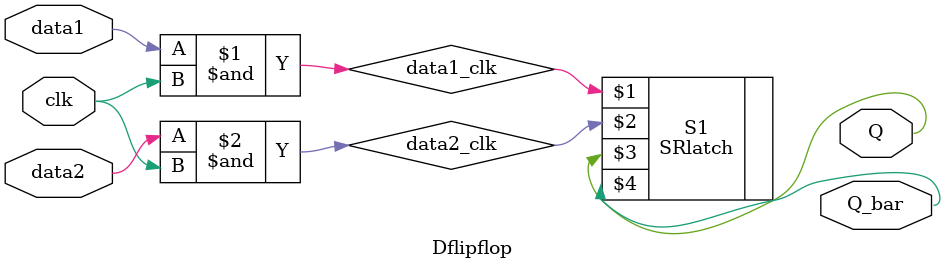
<source format=v>
`include "SRlatch.v"

module  Dflipflop (clk, data1, data2, Q, Q_bar);
    input clk, data1, data2;
    output Q, Q_bar;

    wire data1_clk, data2_clk;

    and a1 (data1_clk,data1, clk);
    and a2 (data2_clk, data2, clk);

    SRlatch S1(data1_clk, data2_clk, Q, Q_bar);
    
endmodule
</source>
